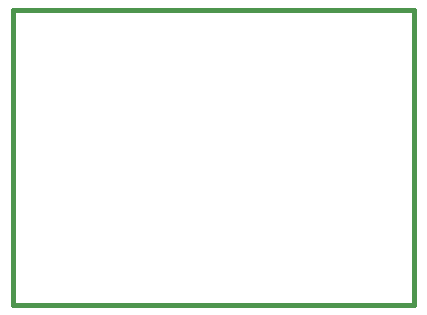
<source format=gko>
G04*
G04 #@! TF.GenerationSoftware,Altium Limited,Altium Designer,18.1.11 (251)*
G04*
G04 Layer_Color=16711935*
%FSLAX25Y25*%
%MOIN*%
G70*
G01*
G75*
%ADD35C,0.01575*%
D35*
X0Y98425D02*
X133858D01*
X-39Y0D02*
X133858D01*
X-39D02*
Y98425D01*
X133858Y0D02*
Y98425D01*
M02*

</source>
